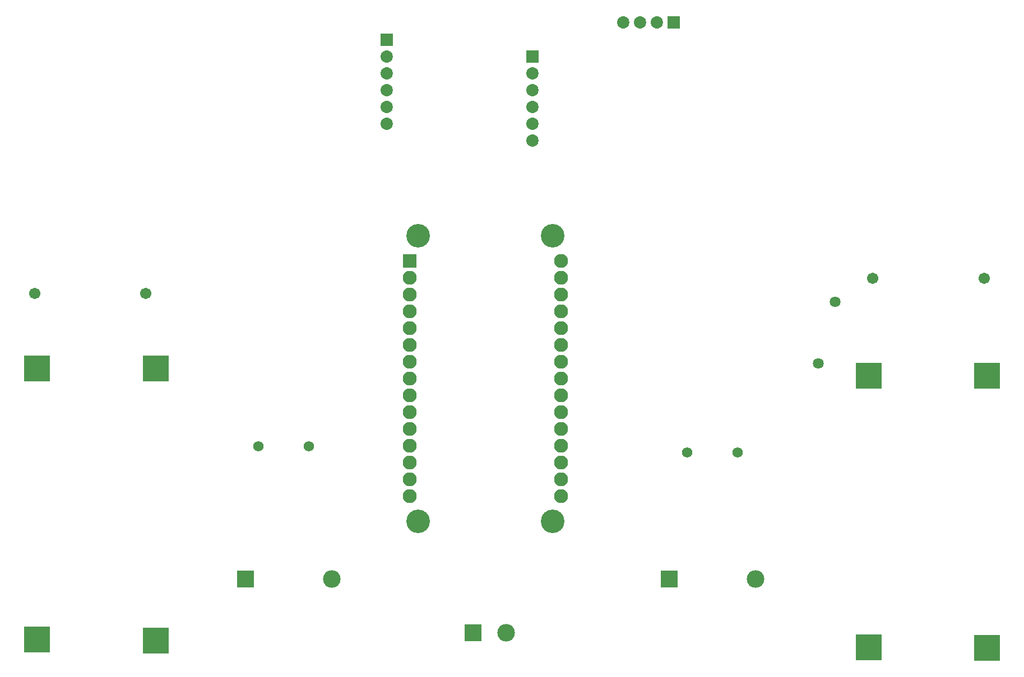
<source format=gbs>
G04*
G04 #@! TF.GenerationSoftware,Altium Limited,Altium Designer,24.1.2 (44)*
G04*
G04 Layer_Color=16711935*
%FSLAX44Y44*%
%MOMM*%
G71*
G04*
G04 #@! TF.SameCoordinates,E0F3E5AA-E928-4F3E-A3F1-0B3BCF619B82*
G04*
G04*
G04 #@! TF.FilePolarity,Negative*
G04*
G01*
G75*
%ADD16R,1.8600X1.8600*%
%ADD17C,1.8600*%
%ADD18C,3.5600*%
%ADD19C,2.1126*%
%ADD20R,2.1126X2.1126*%
%ADD21C,1.7100*%
%ADD22R,2.6600X2.6600*%
%ADD23C,2.6600*%
%ADD24C,1.5600*%
%ADD25R,3.8600X3.8600*%
%ADD26R,1.8600X1.8600*%
%ADD27C,1.6300*%
D16*
X795020Y927100D02*
D03*
X575310Y952500D02*
D03*
D17*
X795020Y901700D02*
D03*
Y876300D02*
D03*
Y850900D02*
D03*
Y825500D02*
D03*
Y800100D02*
D03*
X575310Y927100D02*
D03*
Y901700D02*
D03*
Y876300D02*
D03*
Y850900D02*
D03*
Y825500D02*
D03*
X982980Y979170D02*
D03*
X957580D02*
D03*
X932180D02*
D03*
D18*
X622300Y224790D02*
D03*
X825500D02*
D03*
Y656590D02*
D03*
X622300D02*
D03*
D19*
X838200Y262890D02*
D03*
Y288290D02*
D03*
Y313690D02*
D03*
Y339090D02*
D03*
Y364490D02*
D03*
Y389890D02*
D03*
Y415290D02*
D03*
Y440690D02*
D03*
Y466090D02*
D03*
Y491490D02*
D03*
Y516890D02*
D03*
Y542290D02*
D03*
Y567690D02*
D03*
Y593090D02*
D03*
Y618490D02*
D03*
X609600Y262890D02*
D03*
Y288290D02*
D03*
Y313690D02*
D03*
Y339090D02*
D03*
Y364490D02*
D03*
Y389890D02*
D03*
Y415290D02*
D03*
Y440690D02*
D03*
Y466090D02*
D03*
Y491490D02*
D03*
Y516890D02*
D03*
Y542290D02*
D03*
Y567690D02*
D03*
Y593090D02*
D03*
D20*
Y618490D02*
D03*
D21*
X1309190Y591820D02*
D03*
X1477190D02*
D03*
X43000Y568960D02*
D03*
X211000D02*
D03*
D22*
X1001800Y137160D02*
D03*
X361720D02*
D03*
X705250Y55880D02*
D03*
D23*
X1131800Y137160D02*
D03*
X491720D02*
D03*
X755250Y55880D02*
D03*
D24*
X457200Y337820D02*
D03*
X381000D02*
D03*
X1028700Y328930D02*
D03*
X1104900D02*
D03*
D25*
X1303020Y444500D02*
D03*
X1482090D02*
D03*
Y33020D02*
D03*
X1303020Y34290D02*
D03*
X46990Y455930D02*
D03*
X226060D02*
D03*
Y44450D02*
D03*
X46990Y45720D02*
D03*
D26*
X1008380Y979170D02*
D03*
D27*
X1252220Y556260D02*
D03*
X1226820Y463550D02*
D03*
M02*

</source>
